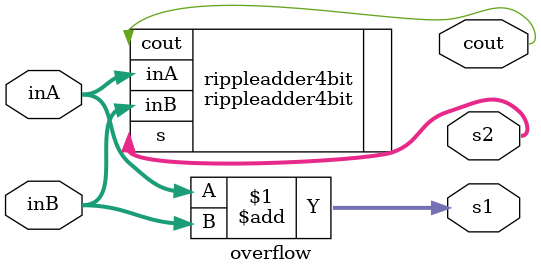
<source format=v>
`timescale 1ns / 1ps

module overflow (
    input wire [3:0]inA,
    input wire [3:0]inB,
    //input wire cin,
    output wire [6:0]s1,
    output wire [3:0]s2,
    output wire cout
);
    assign s1 = inA+inB;
    
    rippleadder4bit rippleadder4bit(
        .inA(inA),
        .inB(inB),
        .s(s2),
        .cout(cout)
    );
endmodule

</source>
